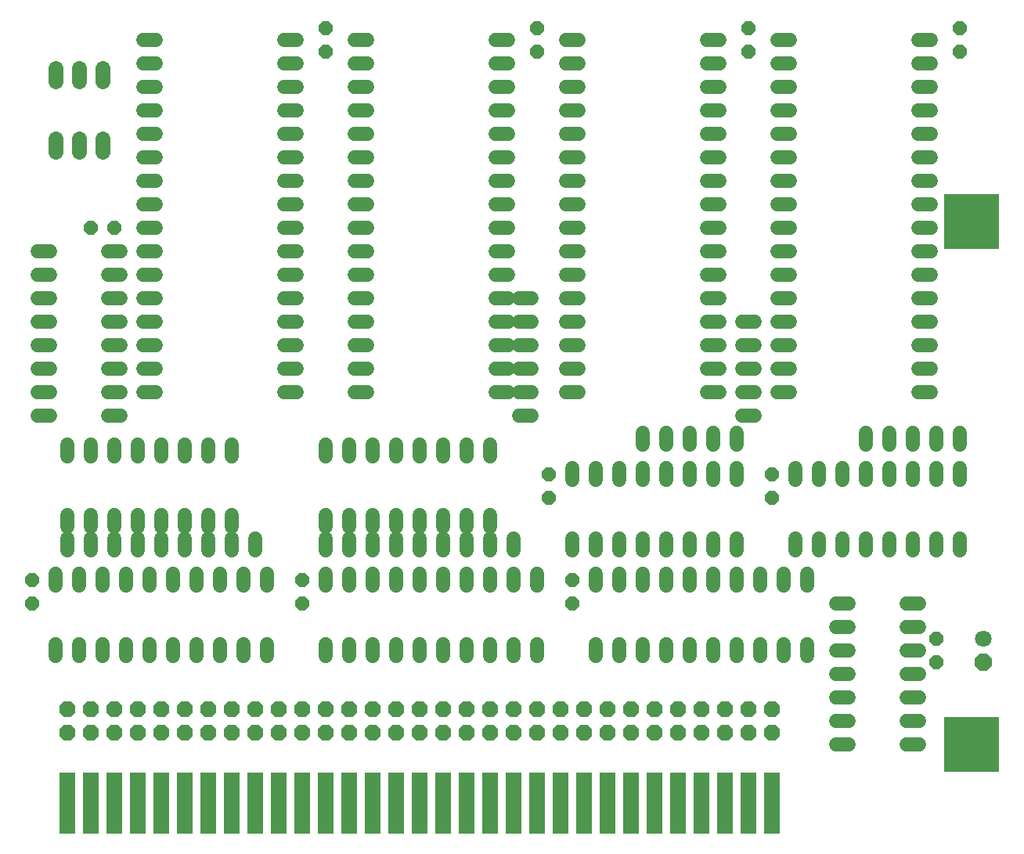
<source format=gbs>
G75*
%MOIN*%
%OFA0B0*%
%FSLAX24Y24*%
%IPPOS*%
%LPD*%
%AMOC8*
5,1,8,0,0,1.08239X$1,22.5*
%
%ADD10R,0.0680X0.2630*%
%ADD11OC8,0.0600*%
%ADD12OC8,0.0680*%
%ADD13C,0.0600*%
%ADD14C,0.0640*%
%ADD15OC8,0.0710*%
%ADD16C,0.0710*%
%ADD17R,0.2380X0.2380*%
D10*
X002680Y001940D03*
X003680Y001940D03*
X004680Y001940D03*
X005680Y001940D03*
X006680Y001940D03*
X007680Y001940D03*
X008680Y001940D03*
X009680Y001940D03*
X010680Y001940D03*
X011680Y001940D03*
X012680Y001940D03*
X013680Y001940D03*
X014680Y001940D03*
X015680Y001940D03*
X016680Y001940D03*
X017680Y001940D03*
X018680Y001940D03*
X019680Y001940D03*
X020680Y001940D03*
X021680Y001940D03*
X022680Y001940D03*
X023680Y001940D03*
X024680Y001940D03*
X025680Y001940D03*
X026680Y001940D03*
X027680Y001940D03*
X028680Y001940D03*
X029680Y001940D03*
X030680Y001940D03*
X031680Y001940D03*
X032680Y001940D03*
D11*
X039680Y007940D03*
X039680Y008940D03*
X032680Y014940D03*
X032680Y015940D03*
X024180Y011440D03*
X024180Y010440D03*
X023180Y014940D03*
X023180Y015940D03*
X012680Y011440D03*
X012680Y010440D03*
X001180Y010440D03*
X001180Y011440D03*
X003680Y026440D03*
X004680Y026440D03*
X013680Y033940D03*
X013680Y034940D03*
X022680Y034940D03*
X022680Y033940D03*
X031680Y033940D03*
X031680Y034940D03*
X040680Y034940D03*
X040680Y033940D03*
D12*
X032680Y005940D03*
X031680Y005940D03*
X031680Y004940D03*
X032680Y004940D03*
X030680Y004940D03*
X029680Y004940D03*
X028680Y004940D03*
X028680Y005940D03*
X029680Y005940D03*
X030680Y005940D03*
X027680Y005940D03*
X026680Y005940D03*
X025680Y005940D03*
X025680Y004940D03*
X026680Y004940D03*
X027680Y004940D03*
X024680Y004940D03*
X023680Y004940D03*
X022680Y004940D03*
X021680Y004940D03*
X021680Y005940D03*
X022680Y005940D03*
X023680Y005940D03*
X024680Y005940D03*
X020680Y005940D03*
X019680Y005940D03*
X018680Y005940D03*
X018680Y004940D03*
X019680Y004940D03*
X020680Y004940D03*
X017680Y004940D03*
X016680Y004940D03*
X015680Y004940D03*
X015680Y005940D03*
X016680Y005940D03*
X017680Y005940D03*
X014680Y005940D03*
X013680Y005940D03*
X012680Y005940D03*
X012680Y004940D03*
X013680Y004940D03*
X014680Y004940D03*
X011680Y004940D03*
X010680Y004940D03*
X009680Y004940D03*
X008680Y004940D03*
X008680Y005940D03*
X009680Y005940D03*
X010680Y005940D03*
X011680Y005940D03*
X007680Y005940D03*
X006680Y005940D03*
X005680Y005940D03*
X005680Y004940D03*
X006680Y004940D03*
X007680Y004940D03*
X004680Y004940D03*
X003680Y004940D03*
X002680Y004940D03*
X002680Y005940D03*
X003680Y005940D03*
X004680Y005940D03*
D13*
X004180Y008180D02*
X004180Y008700D01*
X003180Y008700D02*
X003180Y008180D01*
X002180Y008180D02*
X002180Y008700D01*
X005180Y008700D02*
X005180Y008180D01*
X006180Y008180D02*
X006180Y008700D01*
X007180Y008700D02*
X007180Y008180D01*
X008180Y008180D02*
X008180Y008700D01*
X009180Y008700D02*
X009180Y008180D01*
X010180Y008180D02*
X010180Y008700D01*
X011180Y008700D02*
X011180Y008180D01*
X013680Y008180D02*
X013680Y008700D01*
X014680Y008700D02*
X014680Y008180D01*
X015680Y008180D02*
X015680Y008700D01*
X016680Y008700D02*
X016680Y008180D01*
X017680Y008180D02*
X017680Y008700D01*
X018680Y008700D02*
X018680Y008180D01*
X019680Y008180D02*
X019680Y008700D01*
X020680Y008700D02*
X020680Y008180D01*
X021680Y008180D02*
X021680Y008700D01*
X022680Y008700D02*
X022680Y008180D01*
X025180Y008180D02*
X025180Y008700D01*
X026180Y008700D02*
X026180Y008180D01*
X027180Y008180D02*
X027180Y008700D01*
X028180Y008700D02*
X028180Y008180D01*
X029180Y008180D02*
X029180Y008700D01*
X030180Y008700D02*
X030180Y008180D01*
X031180Y008180D02*
X031180Y008700D01*
X032180Y008700D02*
X032180Y008180D01*
X033180Y008180D02*
X033180Y008700D01*
X034180Y008700D02*
X034180Y008180D01*
X035420Y008440D02*
X035940Y008440D01*
X035940Y007440D02*
X035420Y007440D01*
X035420Y006440D02*
X035940Y006440D01*
X035940Y005440D02*
X035420Y005440D01*
X035420Y004440D02*
X035940Y004440D01*
X038420Y004440D02*
X038940Y004440D01*
X038940Y005440D02*
X038420Y005440D01*
X038420Y006440D02*
X038940Y006440D01*
X038940Y007440D02*
X038420Y007440D01*
X038420Y008440D02*
X038940Y008440D01*
X038940Y009440D02*
X038420Y009440D01*
X038420Y010440D02*
X038940Y010440D01*
X038680Y012680D02*
X038680Y013200D01*
X039680Y013200D02*
X039680Y012680D01*
X040680Y012680D02*
X040680Y013200D01*
X040680Y015680D02*
X040680Y016200D01*
X039680Y016200D02*
X039680Y015680D01*
X038680Y015680D02*
X038680Y016200D01*
X038680Y017180D02*
X038680Y017700D01*
X039680Y017700D02*
X039680Y017180D01*
X040680Y017180D02*
X040680Y017700D01*
X039440Y019440D02*
X038920Y019440D01*
X038920Y020440D02*
X039440Y020440D01*
X039440Y021440D02*
X038920Y021440D01*
X038920Y022440D02*
X039440Y022440D01*
X039440Y023440D02*
X038920Y023440D01*
X038920Y024440D02*
X039440Y024440D01*
X039440Y025440D02*
X038920Y025440D01*
X038920Y026440D02*
X039440Y026440D01*
X039440Y027440D02*
X038920Y027440D01*
X038920Y028440D02*
X039440Y028440D01*
X039440Y029440D02*
X038920Y029440D01*
X038920Y030440D02*
X039440Y030440D01*
X039440Y031440D02*
X038920Y031440D01*
X038920Y032440D02*
X039440Y032440D01*
X039440Y033440D02*
X038920Y033440D01*
X038920Y034440D02*
X039440Y034440D01*
X033440Y034440D02*
X032920Y034440D01*
X032920Y033440D02*
X033440Y033440D01*
X033440Y032440D02*
X032920Y032440D01*
X032920Y031440D02*
X033440Y031440D01*
X033440Y030440D02*
X032920Y030440D01*
X032920Y029440D02*
X033440Y029440D01*
X033440Y028440D02*
X032920Y028440D01*
X032920Y027440D02*
X033440Y027440D01*
X033440Y026440D02*
X032920Y026440D01*
X032920Y025440D02*
X033440Y025440D01*
X033440Y024440D02*
X032920Y024440D01*
X032920Y023440D02*
X033440Y023440D01*
X033440Y022440D02*
X032920Y022440D01*
X031940Y022440D02*
X031420Y022440D01*
X030440Y022440D02*
X029920Y022440D01*
X029920Y021440D02*
X030440Y021440D01*
X031420Y021440D02*
X031940Y021440D01*
X032920Y021440D02*
X033440Y021440D01*
X033440Y020440D02*
X032920Y020440D01*
X031940Y020440D02*
X031420Y020440D01*
X030440Y020440D02*
X029920Y020440D01*
X029920Y019440D02*
X030440Y019440D01*
X031420Y019440D02*
X031940Y019440D01*
X032920Y019440D02*
X033440Y019440D01*
X031940Y018440D02*
X031420Y018440D01*
X031180Y017700D02*
X031180Y017180D01*
X030180Y017180D02*
X030180Y017700D01*
X029180Y017700D02*
X029180Y017180D01*
X029180Y016200D02*
X029180Y015680D01*
X030180Y015680D02*
X030180Y016200D01*
X031180Y016200D02*
X031180Y015680D01*
X033680Y015680D02*
X033680Y016200D01*
X034680Y016200D02*
X034680Y015680D01*
X035680Y015680D02*
X035680Y016200D01*
X036680Y016200D02*
X036680Y015680D01*
X037680Y015680D02*
X037680Y016200D01*
X037680Y017180D02*
X037680Y017700D01*
X036680Y017700D02*
X036680Y017180D01*
X036680Y013200D02*
X036680Y012680D01*
X035680Y012680D02*
X035680Y013200D01*
X034680Y013200D02*
X034680Y012680D01*
X033680Y012680D02*
X033680Y013200D01*
X033180Y011700D02*
X033180Y011180D01*
X032180Y011180D02*
X032180Y011700D01*
X031180Y011700D02*
X031180Y011180D01*
X030180Y011180D02*
X030180Y011700D01*
X029180Y011700D02*
X029180Y011180D01*
X028180Y011180D02*
X028180Y011700D01*
X027180Y011700D02*
X027180Y011180D01*
X026180Y011180D02*
X026180Y011700D01*
X025180Y011700D02*
X025180Y011180D01*
X025180Y012680D02*
X025180Y013200D01*
X026180Y013200D02*
X026180Y012680D01*
X027180Y012680D02*
X027180Y013200D01*
X028180Y013200D02*
X028180Y012680D01*
X029180Y012680D02*
X029180Y013200D01*
X030180Y013200D02*
X030180Y012680D01*
X031180Y012680D02*
X031180Y013200D01*
X034180Y011700D02*
X034180Y011180D01*
X035420Y010440D02*
X035940Y010440D01*
X035940Y009440D02*
X035420Y009440D01*
X037680Y012680D02*
X037680Y013200D01*
X028180Y015680D02*
X028180Y016200D01*
X027180Y016200D02*
X027180Y015680D01*
X026180Y015680D02*
X026180Y016200D01*
X025180Y016200D02*
X025180Y015680D01*
X024180Y015680D02*
X024180Y016200D01*
X022440Y018440D02*
X021920Y018440D01*
X021920Y019440D02*
X022440Y019440D01*
X021440Y019440D02*
X020920Y019440D01*
X020920Y020440D02*
X021440Y020440D01*
X021920Y020440D02*
X022440Y020440D01*
X022440Y021440D02*
X021920Y021440D01*
X021440Y021440D02*
X020920Y021440D01*
X020920Y022440D02*
X021440Y022440D01*
X021920Y022440D02*
X022440Y022440D01*
X022440Y023440D02*
X021920Y023440D01*
X021440Y023440D02*
X020920Y023440D01*
X020920Y024440D02*
X021440Y024440D01*
X021440Y025440D02*
X020920Y025440D01*
X020920Y026440D02*
X021440Y026440D01*
X021440Y027440D02*
X020920Y027440D01*
X020920Y028440D02*
X021440Y028440D01*
X021440Y029440D02*
X020920Y029440D01*
X020920Y030440D02*
X021440Y030440D01*
X021440Y031440D02*
X020920Y031440D01*
X020920Y032440D02*
X021440Y032440D01*
X021440Y033440D02*
X020920Y033440D01*
X020920Y034440D02*
X021440Y034440D01*
X023920Y034440D02*
X024440Y034440D01*
X024440Y033440D02*
X023920Y033440D01*
X023920Y032440D02*
X024440Y032440D01*
X024440Y031440D02*
X023920Y031440D01*
X023920Y030440D02*
X024440Y030440D01*
X024440Y029440D02*
X023920Y029440D01*
X023920Y028440D02*
X024440Y028440D01*
X024440Y027440D02*
X023920Y027440D01*
X023920Y026440D02*
X024440Y026440D01*
X024440Y025440D02*
X023920Y025440D01*
X023920Y024440D02*
X024440Y024440D01*
X024440Y023440D02*
X023920Y023440D01*
X023920Y022440D02*
X024440Y022440D01*
X024440Y021440D02*
X023920Y021440D01*
X023920Y020440D02*
X024440Y020440D01*
X024440Y019440D02*
X023920Y019440D01*
X027180Y017700D02*
X027180Y017180D01*
X028180Y017180D02*
X028180Y017700D01*
X024180Y013200D02*
X024180Y012680D01*
X022680Y011700D02*
X022680Y011180D01*
X021680Y011180D02*
X021680Y011700D01*
X021680Y012680D02*
X021680Y013200D01*
X020680Y013200D02*
X020680Y012680D01*
X019680Y012680D02*
X019680Y013200D01*
X019680Y013680D02*
X019680Y014200D01*
X018680Y014200D02*
X018680Y013680D01*
X018680Y013200D02*
X018680Y012680D01*
X018680Y011700D02*
X018680Y011180D01*
X019680Y011180D02*
X019680Y011700D01*
X020680Y011700D02*
X020680Y011180D01*
X020680Y013680D02*
X020680Y014200D01*
X020680Y016680D02*
X020680Y017200D01*
X019680Y017200D02*
X019680Y016680D01*
X018680Y016680D02*
X018680Y017200D01*
X017680Y017200D02*
X017680Y016680D01*
X016680Y016680D02*
X016680Y017200D01*
X015680Y017200D02*
X015680Y016680D01*
X014680Y016680D02*
X014680Y017200D01*
X013680Y017200D02*
X013680Y016680D01*
X013680Y014200D02*
X013680Y013680D01*
X013680Y013200D02*
X013680Y012680D01*
X014680Y012680D02*
X014680Y013200D01*
X014680Y013680D02*
X014680Y014200D01*
X015680Y014200D02*
X015680Y013680D01*
X015680Y013200D02*
X015680Y012680D01*
X016680Y012680D02*
X016680Y013200D01*
X016680Y013680D02*
X016680Y014200D01*
X017680Y014200D02*
X017680Y013680D01*
X017680Y013200D02*
X017680Y012680D01*
X017680Y011700D02*
X017680Y011180D01*
X016680Y011180D02*
X016680Y011700D01*
X015680Y011700D02*
X015680Y011180D01*
X014680Y011180D02*
X014680Y011700D01*
X013680Y011700D02*
X013680Y011180D01*
X011180Y011180D02*
X011180Y011700D01*
X010180Y011700D02*
X010180Y011180D01*
X009180Y011180D02*
X009180Y011700D01*
X008180Y011700D02*
X008180Y011180D01*
X007180Y011180D02*
X007180Y011700D01*
X006180Y011700D02*
X006180Y011180D01*
X005180Y011180D02*
X005180Y011700D01*
X004180Y011700D02*
X004180Y011180D01*
X003180Y011180D02*
X003180Y011700D01*
X002180Y011700D02*
X002180Y011180D01*
X002680Y012680D02*
X002680Y013200D01*
X002680Y013680D02*
X002680Y014200D01*
X003680Y014200D02*
X003680Y013680D01*
X003680Y013200D02*
X003680Y012680D01*
X004680Y012680D02*
X004680Y013200D01*
X004680Y013680D02*
X004680Y014200D01*
X005680Y014200D02*
X005680Y013680D01*
X005680Y013200D02*
X005680Y012680D01*
X006680Y012680D02*
X006680Y013200D01*
X006680Y013680D02*
X006680Y014200D01*
X007680Y014200D02*
X007680Y013680D01*
X007680Y013200D02*
X007680Y012680D01*
X008680Y012680D02*
X008680Y013200D01*
X008680Y013680D02*
X008680Y014200D01*
X009680Y014200D02*
X009680Y013680D01*
X009680Y013200D02*
X009680Y012680D01*
X010680Y012680D02*
X010680Y013200D01*
X009680Y016680D02*
X009680Y017200D01*
X008680Y017200D02*
X008680Y016680D01*
X007680Y016680D02*
X007680Y017200D01*
X006680Y017200D02*
X006680Y016680D01*
X005680Y016680D02*
X005680Y017200D01*
X004680Y017200D02*
X004680Y016680D01*
X003680Y016680D02*
X003680Y017200D01*
X002680Y017200D02*
X002680Y016680D01*
X001940Y018440D02*
X001420Y018440D01*
X001420Y019440D02*
X001940Y019440D01*
X001940Y020440D02*
X001420Y020440D01*
X001420Y021440D02*
X001940Y021440D01*
X001940Y022440D02*
X001420Y022440D01*
X001420Y023440D02*
X001940Y023440D01*
X001940Y024440D02*
X001420Y024440D01*
X001420Y025440D02*
X001940Y025440D01*
X004420Y025440D02*
X004940Y025440D01*
X005920Y025440D02*
X006440Y025440D01*
X006440Y024440D02*
X005920Y024440D01*
X004940Y024440D02*
X004420Y024440D01*
X004420Y023440D02*
X004940Y023440D01*
X005920Y023440D02*
X006440Y023440D01*
X006440Y022440D02*
X005920Y022440D01*
X004940Y022440D02*
X004420Y022440D01*
X004420Y021440D02*
X004940Y021440D01*
X005920Y021440D02*
X006440Y021440D01*
X006440Y020440D02*
X005920Y020440D01*
X004940Y020440D02*
X004420Y020440D01*
X004420Y019440D02*
X004940Y019440D01*
X005920Y019440D02*
X006440Y019440D01*
X004940Y018440D02*
X004420Y018440D01*
X011920Y019440D02*
X012440Y019440D01*
X012440Y020440D02*
X011920Y020440D01*
X011920Y021440D02*
X012440Y021440D01*
X012440Y022440D02*
X011920Y022440D01*
X011920Y023440D02*
X012440Y023440D01*
X012440Y024440D02*
X011920Y024440D01*
X011920Y025440D02*
X012440Y025440D01*
X012440Y026440D02*
X011920Y026440D01*
X011920Y027440D02*
X012440Y027440D01*
X012440Y028440D02*
X011920Y028440D01*
X011920Y029440D02*
X012440Y029440D01*
X012440Y030440D02*
X011920Y030440D01*
X011920Y031440D02*
X012440Y031440D01*
X012440Y032440D02*
X011920Y032440D01*
X011920Y033440D02*
X012440Y033440D01*
X012440Y034440D02*
X011920Y034440D01*
X014920Y034440D02*
X015440Y034440D01*
X015440Y033440D02*
X014920Y033440D01*
X014920Y032440D02*
X015440Y032440D01*
X015440Y031440D02*
X014920Y031440D01*
X014920Y030440D02*
X015440Y030440D01*
X015440Y029440D02*
X014920Y029440D01*
X014920Y028440D02*
X015440Y028440D01*
X015440Y027440D02*
X014920Y027440D01*
X014920Y026440D02*
X015440Y026440D01*
X015440Y025440D02*
X014920Y025440D01*
X014920Y024440D02*
X015440Y024440D01*
X015440Y023440D02*
X014920Y023440D01*
X014920Y022440D02*
X015440Y022440D01*
X015440Y021440D02*
X014920Y021440D01*
X014920Y020440D02*
X015440Y020440D01*
X015440Y019440D02*
X014920Y019440D01*
X006440Y026440D02*
X005920Y026440D01*
X005920Y027440D02*
X006440Y027440D01*
X006440Y028440D02*
X005920Y028440D01*
X005920Y029440D02*
X006440Y029440D01*
X006440Y030440D02*
X005920Y030440D01*
X005920Y031440D02*
X006440Y031440D01*
X006440Y032440D02*
X005920Y032440D01*
X005920Y033440D02*
X006440Y033440D01*
X006440Y034440D02*
X005920Y034440D01*
X029920Y034440D02*
X030440Y034440D01*
X030440Y033440D02*
X029920Y033440D01*
X029920Y032440D02*
X030440Y032440D01*
X030440Y031440D02*
X029920Y031440D01*
X029920Y030440D02*
X030440Y030440D01*
X030440Y029440D02*
X029920Y029440D01*
X029920Y028440D02*
X030440Y028440D01*
X030440Y027440D02*
X029920Y027440D01*
X029920Y026440D02*
X030440Y026440D01*
X030440Y025440D02*
X029920Y025440D01*
X029920Y024440D02*
X030440Y024440D01*
X030440Y023440D02*
X029920Y023440D01*
D14*
X004180Y029660D02*
X004180Y030220D01*
X003180Y030220D02*
X003180Y029660D01*
X002180Y029660D02*
X002180Y030220D01*
X002180Y032660D02*
X002180Y033220D01*
X003180Y033220D02*
X003180Y032660D01*
X004180Y032660D02*
X004180Y033220D01*
D15*
X041680Y007940D03*
D16*
X041680Y008940D03*
D17*
X041180Y004440D03*
X041180Y026690D03*
M02*

</source>
